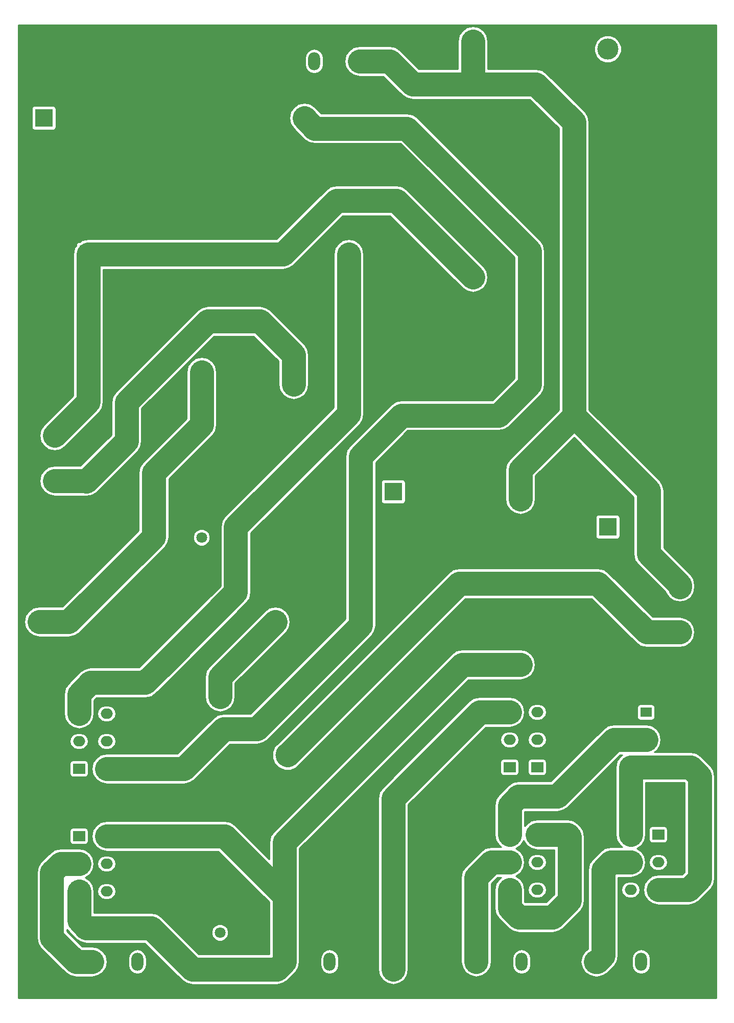
<source format=gbr>
G04 #@! TF.FileFunction,Copper,L2,Bot,Signal*
%FSLAX46Y46*%
G04 Gerber Fmt 4.6, Leading zero omitted, Abs format (unit mm)*
G04 Created by KiCad (PCBNEW 4.0.4-stable) date 12/10/17 16:08:38*
%MOMM*%
%LPD*%
G01*
G04 APERTURE LIST*
%ADD10C,0.100000*%
%ADD11C,0.500000*%
%ADD12O,2.000000X3.000000*%
%ADD13R,1.800000X1.800000*%
%ADD14C,1.800000*%
%ADD15O,3.000000X2.000000*%
%ADD16R,2.000000X1.700000*%
%ADD17O,2.000000X1.700000*%
%ADD18R,1.900000X1.600000*%
%ADD19C,7.000000*%
%ADD20C,5.000000*%
%ADD21R,3.000000X3.000000*%
%ADD22C,3.500000*%
%ADD23C,4.700000*%
%ADD24C,4.000000*%
%ADD25C,4.000000*%
%ADD26C,0.254000*%
G04 APERTURE END LIST*
D10*
D11*
X125730000Y-152019000D03*
X122364500Y-157480000D03*
D12*
X141926000Y-176276000D03*
X134426000Y-176276000D03*
X58420000Y-176276000D03*
X50920000Y-176276000D03*
D13*
X42164000Y-119888000D03*
D14*
X81280000Y-119888000D03*
D13*
X69088000Y-78486000D03*
D14*
X69088000Y-105918000D03*
D13*
X84328000Y-80518000D03*
D14*
X123444000Y-80518000D03*
D13*
X72136000Y-132334000D03*
D14*
X72136000Y-171450000D03*
D13*
X114046000Y-23622000D03*
D14*
X114046000Y-62738000D03*
D13*
X121920000Y-99568000D03*
D14*
X121920000Y-127000000D03*
D15*
X44704000Y-96520000D03*
X44704000Y-89020000D03*
X148336000Y-114106000D03*
X148336000Y-121606000D03*
D12*
X87750000Y-26924000D03*
X95250000Y-26924000D03*
X90304000Y-176276000D03*
X82804000Y-176276000D03*
X122114000Y-176276000D03*
X114614000Y-176276000D03*
D16*
X53340000Y-144272000D03*
D17*
X53340000Y-139700000D03*
X53340000Y-135128000D03*
X48768000Y-135128000D03*
X48768000Y-139700000D03*
D16*
X48768000Y-144272000D03*
X48768000Y-155448000D03*
D17*
X48768000Y-160020000D03*
X48768000Y-164592000D03*
X53340000Y-164592000D03*
X53340000Y-160020000D03*
D16*
X53340000Y-155448000D03*
X124714000Y-144018000D03*
D17*
X124714000Y-139446000D03*
X124714000Y-134874000D03*
X120142000Y-134874000D03*
X120142000Y-139446000D03*
D16*
X120142000Y-144018000D03*
X120142000Y-155194000D03*
D17*
X120142000Y-159766000D03*
X120142000Y-164338000D03*
X124714000Y-164338000D03*
X124714000Y-159766000D03*
D16*
X124714000Y-155194000D03*
D18*
X142748000Y-134874000D03*
D17*
X142748000Y-139446000D03*
X142748000Y-144018000D03*
D16*
X140208000Y-155194000D03*
D17*
X140208000Y-159766000D03*
X140208000Y-164338000D03*
X144780000Y-164338000D03*
X144780000Y-159766000D03*
D16*
X144780000Y-155194000D03*
D19*
X42164000Y-24384000D03*
X150876000Y-24384000D03*
X42164000Y-178816000D03*
X150876000Y-178816000D03*
X88392000Y-100584000D03*
X150876000Y-102108000D03*
X42164000Y-106680000D03*
D20*
X62738000Y-69088000D03*
X81026000Y-48768000D03*
D21*
X50292000Y-58928000D03*
D22*
X93472000Y-58928000D03*
D20*
X55372000Y-46482000D03*
X73660000Y-26162000D03*
D21*
X42926000Y-36322000D03*
D22*
X86106000Y-36322000D03*
D23*
X147066000Y-86614000D03*
X147066000Y-42418000D03*
D21*
X136398000Y-104140000D03*
D22*
X136398000Y-24892000D03*
D23*
X90170000Y-115824000D03*
X90170000Y-160020000D03*
D21*
X100838000Y-98298000D03*
D22*
X100838000Y-177546000D03*
D11*
X117284500Y-156718000D03*
D24*
X83312000Y-141986000D03*
D25*
X61150500Y-95186500D02*
X69088000Y-87249000D01*
X69088000Y-87249000D02*
X69088000Y-78486000D01*
X61150500Y-105801500D02*
X61150500Y-95186500D01*
X42164000Y-119888000D02*
X47064000Y-119888000D01*
X47064000Y-119888000D02*
X61150500Y-105801500D01*
X122174000Y-113538000D02*
X134768000Y-113538000D01*
X113792000Y-113538000D02*
X122174000Y-113538000D01*
X83312000Y-141986000D02*
X111760000Y-113538000D01*
X111760000Y-113538000D02*
X113792000Y-113538000D01*
X148336000Y-121606000D02*
X142836000Y-121606000D01*
X142836000Y-121606000D02*
X134768000Y-113538000D01*
X48768000Y-164592000D02*
X48768000Y-169442000D01*
X48768000Y-169442000D02*
X50014000Y-170688000D01*
X50014000Y-170688000D02*
X60706000Y-170688000D01*
X81534000Y-177546000D02*
X82804000Y-176276000D01*
X60706000Y-170688000D02*
X67564000Y-177546000D01*
X67564000Y-177546000D02*
X81534000Y-177546000D01*
X140208000Y-144018000D02*
X142748000Y-144018000D01*
X140208000Y-150344000D02*
X140208000Y-144018000D01*
X82804000Y-156464000D02*
X82804000Y-165354000D01*
X112268000Y-127000000D02*
X82804000Y-156464000D01*
X121920000Y-127000000D02*
X112268000Y-127000000D01*
X91440000Y-50038000D02*
X101346000Y-50038000D01*
X101346000Y-50038000D02*
X114046000Y-62738000D01*
X82550000Y-58928000D02*
X91440000Y-50038000D01*
X50292000Y-58928000D02*
X82550000Y-58928000D01*
X142748000Y-144018000D02*
X150114000Y-144018000D01*
X149780000Y-164338000D02*
X144780000Y-164338000D01*
X150114000Y-144018000D02*
X151638000Y-145542000D01*
X151638000Y-145542000D02*
X151638000Y-162480000D01*
X151638000Y-162480000D02*
X149780000Y-164338000D01*
X140208000Y-155194000D02*
X140208000Y-150344000D01*
X50292000Y-58928000D02*
X50292000Y-83432000D01*
X50292000Y-83432000D02*
X44704000Y-89020000D01*
X53340000Y-155448000D02*
X71882000Y-155448000D01*
X72898000Y-155448000D02*
X82804000Y-165354000D01*
X82804000Y-165354000D02*
X82804000Y-176276000D01*
X53340000Y-155448000D02*
X72898000Y-155448000D01*
X48768000Y-160020000D02*
X45720000Y-160020000D01*
X45720000Y-160020000D02*
X44259500Y-161480500D01*
X44259500Y-161480500D02*
X44259500Y-172275500D01*
X44259500Y-172275500D02*
X48260000Y-176276000D01*
X48260000Y-176276000D02*
X50920000Y-176276000D01*
X114554000Y-162306000D02*
X114614000Y-162366000D01*
X114614000Y-162366000D02*
X114614000Y-176276000D01*
X120142000Y-159766000D02*
X117094000Y-159766000D01*
X117094000Y-159766000D02*
X114554000Y-162306000D01*
X134426000Y-176276000D02*
X134620000Y-176276000D01*
X134620000Y-176276000D02*
X135636000Y-175260000D01*
X135636000Y-175260000D02*
X135636000Y-161036000D01*
X135636000Y-161036000D02*
X136906000Y-159766000D01*
X136906000Y-159766000D02*
X140208000Y-159766000D01*
X102235000Y-85661500D02*
X107696000Y-85661500D01*
X118300500Y-85661500D02*
X107696000Y-85661500D01*
X102235000Y-85661500D02*
X95440500Y-92456000D01*
X78232000Y-137668000D02*
X72741711Y-137668000D01*
X95440500Y-92456000D02*
X95440500Y-120459500D01*
X95440500Y-120459500D02*
X78232000Y-137668000D01*
X72741711Y-137668000D02*
X66137711Y-144272000D01*
X66137711Y-144272000D02*
X53340000Y-144272000D01*
X123444000Y-80518000D02*
X118300500Y-85661500D01*
X103095999Y-38071999D02*
X123444000Y-58420000D01*
X123444000Y-58420000D02*
X123444000Y-80518000D01*
X86106000Y-36322000D02*
X87855999Y-38071999D01*
X87855999Y-38071999D02*
X103095999Y-38071999D01*
X130048000Y-166116000D02*
X130048000Y-155575000D01*
X124714000Y-155194000D02*
X129714000Y-155194000D01*
X129714000Y-155194000D02*
X130048000Y-155528000D01*
X130048000Y-155528000D02*
X130048000Y-155575000D01*
X120142000Y-164338000D02*
X120142000Y-167386000D01*
X120142000Y-167386000D02*
X121666000Y-168910000D01*
X121666000Y-168910000D02*
X127254000Y-168910000D01*
X127254000Y-168910000D02*
X130048000Y-166116000D01*
X128016000Y-148844000D02*
X137414000Y-139446000D01*
X120142000Y-150344000D02*
X121642000Y-148844000D01*
X120142000Y-155194000D02*
X120142000Y-150344000D01*
X121642000Y-148844000D02*
X128016000Y-148844000D01*
X137414000Y-139446000D02*
X142748000Y-139446000D01*
X84328000Y-80518000D02*
X84328000Y-75618000D01*
X84328000Y-75618000D02*
X78750500Y-70040500D01*
X78750500Y-70040500D02*
X70104000Y-70040500D01*
X49974500Y-96583500D02*
X49911000Y-96520000D01*
X70104000Y-70040500D02*
X56642000Y-83502500D01*
X56642000Y-83502500D02*
X56642000Y-89916000D01*
X56642000Y-89916000D02*
X49974500Y-96583500D01*
X49911000Y-96520000D02*
X44704000Y-96520000D01*
X72136000Y-132334000D02*
X72136000Y-129032000D01*
X72136000Y-129032000D02*
X81280000Y-119888000D01*
X104060000Y-30734000D02*
X114046000Y-30734000D01*
X114046000Y-30734000D02*
X124523500Y-30734000D01*
X114046000Y-23622000D02*
X114046000Y-28522000D01*
X114046000Y-28522000D02*
X114046000Y-30734000D01*
X124523500Y-30734000D02*
X130810000Y-37020500D01*
X95250000Y-26924000D02*
X100250000Y-26924000D01*
X100250000Y-26924000D02*
X104060000Y-30734000D01*
X130810000Y-37020500D02*
X130810000Y-85778000D01*
X148336000Y-114106000D02*
X148336000Y-113792000D01*
X148336000Y-113792000D02*
X143192500Y-108648500D01*
X143192500Y-108648500D02*
X143192500Y-98160500D01*
X143192500Y-98160500D02*
X130810000Y-85778000D01*
X121920000Y-99568000D02*
X121920000Y-94668000D01*
X121920000Y-94668000D02*
X130810000Y-85778000D01*
X50673000Y-129984500D02*
X59753500Y-129984500D01*
X74739500Y-114998500D02*
X62928500Y-126809500D01*
X74739500Y-104140000D02*
X74739500Y-114998500D01*
X74739500Y-104140000D02*
X93472000Y-85407500D01*
X93472000Y-85407500D02*
X93472000Y-58928000D01*
X48768000Y-131889500D02*
X50673000Y-129984500D01*
X48768000Y-135128000D02*
X48768000Y-131889500D01*
X59753500Y-129984500D02*
X62928500Y-126809500D01*
X120142000Y-134874000D02*
X115142000Y-134874000D01*
X115142000Y-134874000D02*
X100838000Y-149178000D01*
X100838000Y-149178000D02*
X100838000Y-175071127D01*
X100838000Y-175071127D02*
X100838000Y-177546000D01*
D26*
G36*
X154338000Y-182278000D02*
X38702000Y-182278000D01*
X38702000Y-161480500D01*
X41732500Y-161480500D01*
X41732500Y-172275500D01*
X41924856Y-173242541D01*
X42472641Y-174062359D01*
X46473141Y-178062859D01*
X47292958Y-178610644D01*
X48260000Y-178803000D01*
X50920000Y-178803000D01*
X51887041Y-178610644D01*
X52706859Y-178062859D01*
X53254644Y-177243041D01*
X53447000Y-176276000D01*
X53339646Y-175736289D01*
X56893000Y-175736289D01*
X56893000Y-176815711D01*
X57009236Y-177400069D01*
X57340248Y-177895463D01*
X57835642Y-178226475D01*
X58420000Y-178342711D01*
X59004358Y-178226475D01*
X59499752Y-177895463D01*
X59830764Y-177400069D01*
X59947000Y-176815711D01*
X59947000Y-175736289D01*
X59830764Y-175151931D01*
X59499752Y-174656537D01*
X59004358Y-174325525D01*
X58420000Y-174209289D01*
X57835642Y-174325525D01*
X57340248Y-174656537D01*
X57009236Y-175151931D01*
X56893000Y-175736289D01*
X53339646Y-175736289D01*
X53254644Y-175308959D01*
X52706859Y-174489141D01*
X51887041Y-173941356D01*
X50920000Y-173749000D01*
X49306718Y-173749000D01*
X46786500Y-171228782D01*
X46786500Y-170937558D01*
X46981141Y-171228859D01*
X48227141Y-172474859D01*
X49046959Y-173022644D01*
X50014000Y-173215000D01*
X59659282Y-173215000D01*
X65777141Y-179332859D01*
X66596959Y-179880644D01*
X67564000Y-180073001D01*
X67564005Y-180073000D01*
X81534000Y-180073000D01*
X82501041Y-179880644D01*
X83320859Y-179332859D01*
X84590859Y-178062859D01*
X85138644Y-177243042D01*
X85331000Y-176276000D01*
X85331000Y-175736289D01*
X88777000Y-175736289D01*
X88777000Y-176815711D01*
X88893236Y-177400069D01*
X89224248Y-177895463D01*
X89719642Y-178226475D01*
X90304000Y-178342711D01*
X90888358Y-178226475D01*
X91383752Y-177895463D01*
X91714764Y-177400069D01*
X91831000Y-176815711D01*
X91831000Y-175736289D01*
X91714764Y-175151931D01*
X91383752Y-174656537D01*
X90888358Y-174325525D01*
X90304000Y-174209289D01*
X89719642Y-174325525D01*
X89224248Y-174656537D01*
X88893236Y-175151931D01*
X88777000Y-175736289D01*
X85331000Y-175736289D01*
X85331000Y-165354005D01*
X85331001Y-165354000D01*
X85331000Y-165353995D01*
X85331000Y-157510718D01*
X93663718Y-149178000D01*
X98311000Y-149178000D01*
X98311000Y-177546000D01*
X98503356Y-178513041D01*
X99051141Y-179332859D01*
X99870959Y-179880644D01*
X100838000Y-180073000D01*
X101805041Y-179880644D01*
X102624859Y-179332859D01*
X103172644Y-178513041D01*
X103365000Y-177546000D01*
X103365000Y-162306000D01*
X112027000Y-162306000D01*
X112087000Y-162607641D01*
X112087000Y-176276000D01*
X112279356Y-177243041D01*
X112827141Y-178062859D01*
X113646959Y-178610644D01*
X114614000Y-178803000D01*
X115581041Y-178610644D01*
X116400859Y-178062859D01*
X116948644Y-177243041D01*
X117141000Y-176276000D01*
X117141000Y-175736289D01*
X120587000Y-175736289D01*
X120587000Y-176815711D01*
X120703236Y-177400069D01*
X121034248Y-177895463D01*
X121529642Y-178226475D01*
X122114000Y-178342711D01*
X122698358Y-178226475D01*
X123193752Y-177895463D01*
X123524764Y-177400069D01*
X123641000Y-176815711D01*
X123641000Y-175736289D01*
X123524764Y-175151931D01*
X123193752Y-174656537D01*
X122698358Y-174325525D01*
X122114000Y-174209289D01*
X121529642Y-174325525D01*
X121034248Y-174656537D01*
X120703236Y-175151931D01*
X120587000Y-175736289D01*
X117141000Y-175736289D01*
X117141000Y-163292718D01*
X118140718Y-162293000D01*
X118741476Y-162293000D01*
X118355141Y-162551141D01*
X117807356Y-163370959D01*
X117615000Y-164338000D01*
X117615000Y-167386000D01*
X117807356Y-168353041D01*
X118355141Y-169172859D01*
X119879141Y-170696859D01*
X120698958Y-171244644D01*
X121666000Y-171437000D01*
X127254000Y-171437000D01*
X128221041Y-171244644D01*
X129040859Y-170696859D01*
X131834859Y-167902859D01*
X132382644Y-167083041D01*
X132575000Y-166116000D01*
X132575000Y-155528000D01*
X132382644Y-154560959D01*
X132382644Y-154560958D01*
X131834859Y-153741141D01*
X131500859Y-153407141D01*
X130681041Y-152859356D01*
X129714000Y-152667000D01*
X124714000Y-152667000D01*
X123746959Y-152859356D01*
X122927141Y-153407141D01*
X122669000Y-153793476D01*
X122669000Y-151390718D01*
X122688718Y-151371000D01*
X128016000Y-151371000D01*
X128983041Y-151178644D01*
X129802859Y-150630859D01*
X138460718Y-141973000D01*
X138807476Y-141973000D01*
X138421141Y-142231141D01*
X137873356Y-143050959D01*
X137681000Y-144018000D01*
X137681000Y-155194000D01*
X137873356Y-156161041D01*
X138421141Y-156980859D01*
X138807476Y-157239000D01*
X136906000Y-157239000D01*
X135938958Y-157431356D01*
X135119141Y-157979141D01*
X133849141Y-159249141D01*
X133301356Y-160068959D01*
X133109000Y-161036000D01*
X133109000Y-174175191D01*
X132639141Y-174489141D01*
X132091356Y-175308959D01*
X131899000Y-176276000D01*
X132091356Y-177243041D01*
X132639141Y-178062859D01*
X133458959Y-178610644D01*
X134426000Y-178803000D01*
X134620000Y-178803000D01*
X135587041Y-178610644D01*
X136406859Y-178062859D01*
X137422859Y-177046859D01*
X137970644Y-176227041D01*
X138068260Y-175736289D01*
X140399000Y-175736289D01*
X140399000Y-176815711D01*
X140515236Y-177400069D01*
X140846248Y-177895463D01*
X141341642Y-178226475D01*
X141926000Y-178342711D01*
X142510358Y-178226475D01*
X143005752Y-177895463D01*
X143336764Y-177400069D01*
X143453000Y-176815711D01*
X143453000Y-175736289D01*
X143336764Y-175151931D01*
X143005752Y-174656537D01*
X142510358Y-174325525D01*
X141926000Y-174209289D01*
X141341642Y-174325525D01*
X140846248Y-174656537D01*
X140515236Y-175151931D01*
X140399000Y-175736289D01*
X138068260Y-175736289D01*
X138163000Y-175260000D01*
X138163000Y-164338000D01*
X138651084Y-164338000D01*
X138755902Y-164864955D01*
X139054398Y-165311686D01*
X139501129Y-165610182D01*
X140028084Y-165715000D01*
X140387916Y-165715000D01*
X140914871Y-165610182D01*
X141361602Y-165311686D01*
X141660098Y-164864955D01*
X141764916Y-164338000D01*
X141660098Y-163811045D01*
X141361602Y-163364314D01*
X140914871Y-163065818D01*
X140387916Y-162961000D01*
X140028084Y-162961000D01*
X139501129Y-163065818D01*
X139054398Y-163364314D01*
X138755902Y-163811045D01*
X138651084Y-164338000D01*
X138163000Y-164338000D01*
X138163000Y-162293000D01*
X140208000Y-162293000D01*
X141175041Y-162100644D01*
X141994859Y-161552859D01*
X142542644Y-160733041D01*
X142735000Y-159766000D01*
X143223084Y-159766000D01*
X143327902Y-160292955D01*
X143626398Y-160739686D01*
X144073129Y-161038182D01*
X144600084Y-161143000D01*
X144959916Y-161143000D01*
X145486871Y-161038182D01*
X145933602Y-160739686D01*
X146232098Y-160292955D01*
X146336916Y-159766000D01*
X146232098Y-159239045D01*
X145933602Y-158792314D01*
X145486871Y-158493818D01*
X144959916Y-158389000D01*
X144600084Y-158389000D01*
X144073129Y-158493818D01*
X143626398Y-158792314D01*
X143327902Y-159239045D01*
X143223084Y-159766000D01*
X142735000Y-159766000D01*
X142542644Y-158798959D01*
X141994859Y-157979141D01*
X141247842Y-157480000D01*
X141994859Y-156980859D01*
X142542644Y-156161041D01*
X142735000Y-155194000D01*
X142735000Y-154344000D01*
X143242676Y-154344000D01*
X143242676Y-156044000D01*
X143279423Y-156239294D01*
X143394842Y-156418660D01*
X143570951Y-156538990D01*
X143780000Y-156581324D01*
X145780000Y-156581324D01*
X145975294Y-156544577D01*
X146154660Y-156429158D01*
X146274990Y-156253049D01*
X146317324Y-156044000D01*
X146317324Y-154344000D01*
X146280577Y-154148706D01*
X146165158Y-153969340D01*
X145989049Y-153849010D01*
X145780000Y-153806676D01*
X143780000Y-153806676D01*
X143584706Y-153843423D01*
X143405340Y-153958842D01*
X143285010Y-154134951D01*
X143242676Y-154344000D01*
X142735000Y-154344000D01*
X142735000Y-146545000D01*
X149067282Y-146545000D01*
X149111000Y-146588718D01*
X149111000Y-161433282D01*
X148733282Y-161811000D01*
X144780000Y-161811000D01*
X143812959Y-162003356D01*
X142993141Y-162551141D01*
X142445356Y-163370959D01*
X142253000Y-164338000D01*
X142445356Y-165305041D01*
X142993141Y-166124859D01*
X143812959Y-166672644D01*
X144780000Y-166865000D01*
X149780000Y-166865000D01*
X150747041Y-166672644D01*
X151566859Y-166124859D01*
X153424859Y-164266859D01*
X153972644Y-163447041D01*
X154165000Y-162480000D01*
X154165000Y-145542000D01*
X153972644Y-144574959D01*
X153972644Y-144574958D01*
X153424859Y-143755141D01*
X151900859Y-142231141D01*
X151081041Y-141683356D01*
X150114000Y-141491000D01*
X144148524Y-141491000D01*
X144534859Y-141232859D01*
X145082644Y-140413041D01*
X145275000Y-139446000D01*
X145082644Y-138478959D01*
X144534859Y-137659141D01*
X143715041Y-137111356D01*
X142748000Y-136919000D01*
X137414000Y-136919000D01*
X136446959Y-137111356D01*
X135627141Y-137659141D01*
X126969282Y-146317000D01*
X121642000Y-146317000D01*
X120674958Y-146509356D01*
X119855141Y-147057141D01*
X118355141Y-148557141D01*
X117807356Y-149376959D01*
X117615000Y-150344000D01*
X117615000Y-155194000D01*
X117807356Y-156161041D01*
X118355141Y-156980859D01*
X118741476Y-157239000D01*
X117094000Y-157239000D01*
X116126958Y-157431356D01*
X115307141Y-157979141D01*
X112767141Y-160519141D01*
X112219356Y-161338959D01*
X112027000Y-162306000D01*
X103365000Y-162306000D01*
X103365000Y-150224718D01*
X110421718Y-143168000D01*
X118604676Y-143168000D01*
X118604676Y-144868000D01*
X118641423Y-145063294D01*
X118756842Y-145242660D01*
X118932951Y-145362990D01*
X119142000Y-145405324D01*
X121142000Y-145405324D01*
X121337294Y-145368577D01*
X121516660Y-145253158D01*
X121636990Y-145077049D01*
X121679324Y-144868000D01*
X121679324Y-143168000D01*
X123176676Y-143168000D01*
X123176676Y-144868000D01*
X123213423Y-145063294D01*
X123328842Y-145242660D01*
X123504951Y-145362990D01*
X123714000Y-145405324D01*
X125714000Y-145405324D01*
X125909294Y-145368577D01*
X126088660Y-145253158D01*
X126208990Y-145077049D01*
X126251324Y-144868000D01*
X126251324Y-143168000D01*
X126214577Y-142972706D01*
X126099158Y-142793340D01*
X125923049Y-142673010D01*
X125714000Y-142630676D01*
X123714000Y-142630676D01*
X123518706Y-142667423D01*
X123339340Y-142782842D01*
X123219010Y-142958951D01*
X123176676Y-143168000D01*
X121679324Y-143168000D01*
X121642577Y-142972706D01*
X121527158Y-142793340D01*
X121351049Y-142673010D01*
X121142000Y-142630676D01*
X119142000Y-142630676D01*
X118946706Y-142667423D01*
X118767340Y-142782842D01*
X118647010Y-142958951D01*
X118604676Y-143168000D01*
X110421718Y-143168000D01*
X114143718Y-139446000D01*
X118585084Y-139446000D01*
X118689902Y-139972955D01*
X118988398Y-140419686D01*
X119435129Y-140718182D01*
X119962084Y-140823000D01*
X120321916Y-140823000D01*
X120848871Y-140718182D01*
X121295602Y-140419686D01*
X121594098Y-139972955D01*
X121698916Y-139446000D01*
X123157084Y-139446000D01*
X123261902Y-139972955D01*
X123560398Y-140419686D01*
X124007129Y-140718182D01*
X124534084Y-140823000D01*
X124893916Y-140823000D01*
X125420871Y-140718182D01*
X125867602Y-140419686D01*
X126166098Y-139972955D01*
X126270916Y-139446000D01*
X126166098Y-138919045D01*
X125867602Y-138472314D01*
X125420871Y-138173818D01*
X124893916Y-138069000D01*
X124534084Y-138069000D01*
X124007129Y-138173818D01*
X123560398Y-138472314D01*
X123261902Y-138919045D01*
X123157084Y-139446000D01*
X121698916Y-139446000D01*
X121594098Y-138919045D01*
X121295602Y-138472314D01*
X120848871Y-138173818D01*
X120321916Y-138069000D01*
X119962084Y-138069000D01*
X119435129Y-138173818D01*
X118988398Y-138472314D01*
X118689902Y-138919045D01*
X118585084Y-139446000D01*
X114143718Y-139446000D01*
X116188718Y-137401000D01*
X120142000Y-137401000D01*
X121109041Y-137208644D01*
X121928859Y-136660859D01*
X122476644Y-135841041D01*
X122669000Y-134874000D01*
X123157084Y-134874000D01*
X123261902Y-135400955D01*
X123560398Y-135847686D01*
X124007129Y-136146182D01*
X124534084Y-136251000D01*
X124893916Y-136251000D01*
X125420871Y-136146182D01*
X125867602Y-135847686D01*
X126166098Y-135400955D01*
X126270916Y-134874000D01*
X126166098Y-134347045D01*
X125983656Y-134074000D01*
X141260676Y-134074000D01*
X141260676Y-135674000D01*
X141297423Y-135869294D01*
X141412842Y-136048660D01*
X141588951Y-136168990D01*
X141798000Y-136211324D01*
X143698000Y-136211324D01*
X143893294Y-136174577D01*
X144072660Y-136059158D01*
X144192990Y-135883049D01*
X144235324Y-135674000D01*
X144235324Y-134074000D01*
X144198577Y-133878706D01*
X144083158Y-133699340D01*
X143907049Y-133579010D01*
X143698000Y-133536676D01*
X141798000Y-133536676D01*
X141602706Y-133573423D01*
X141423340Y-133688842D01*
X141303010Y-133864951D01*
X141260676Y-134074000D01*
X125983656Y-134074000D01*
X125867602Y-133900314D01*
X125420871Y-133601818D01*
X124893916Y-133497000D01*
X124534084Y-133497000D01*
X124007129Y-133601818D01*
X123560398Y-133900314D01*
X123261902Y-134347045D01*
X123157084Y-134874000D01*
X122669000Y-134874000D01*
X122476644Y-133906959D01*
X121928859Y-133087141D01*
X121109041Y-132539356D01*
X120142000Y-132347000D01*
X115142000Y-132347000D01*
X114174959Y-132539356D01*
X113355141Y-133087141D01*
X99051141Y-147391141D01*
X98503356Y-148210959D01*
X98311000Y-149178000D01*
X93663718Y-149178000D01*
X113314718Y-129527000D01*
X121920000Y-129527000D01*
X122887041Y-129334644D01*
X123706859Y-128786859D01*
X124254644Y-127967041D01*
X124447000Y-127000000D01*
X124254644Y-126032959D01*
X123706859Y-125213141D01*
X122887041Y-124665356D01*
X121920000Y-124473000D01*
X112268000Y-124473000D01*
X111300958Y-124665356D01*
X110481141Y-125213141D01*
X81017141Y-154677141D01*
X80469356Y-155496959D01*
X80277000Y-156464000D01*
X80277000Y-159253282D01*
X74684859Y-153661141D01*
X73865041Y-153113356D01*
X72898000Y-152921000D01*
X53340000Y-152921000D01*
X52372959Y-153113356D01*
X51553141Y-153661141D01*
X51005356Y-154480959D01*
X50813000Y-155448000D01*
X51005356Y-156415041D01*
X51553141Y-157234859D01*
X52372959Y-157782644D01*
X53340000Y-157975000D01*
X71851282Y-157975000D01*
X80277000Y-166400718D01*
X80277000Y-175019000D01*
X68610718Y-175019000D01*
X65324321Y-171732603D01*
X70708752Y-171732603D01*
X70925543Y-172257275D01*
X71326614Y-172659047D01*
X71850907Y-172876752D01*
X72418603Y-172877248D01*
X72943275Y-172660457D01*
X73345047Y-172259386D01*
X73562752Y-171735093D01*
X73563248Y-171167397D01*
X73346457Y-170642725D01*
X72945386Y-170240953D01*
X72421093Y-170023248D01*
X71853397Y-170022752D01*
X71328725Y-170239543D01*
X70926953Y-170640614D01*
X70709248Y-171164907D01*
X70708752Y-171732603D01*
X65324321Y-171732603D01*
X62492859Y-168901141D01*
X61673041Y-168353356D01*
X60706000Y-168161000D01*
X51295000Y-168161000D01*
X51295000Y-164592000D01*
X51783084Y-164592000D01*
X51887902Y-165118955D01*
X52186398Y-165565686D01*
X52633129Y-165864182D01*
X53160084Y-165969000D01*
X53519916Y-165969000D01*
X54046871Y-165864182D01*
X54493602Y-165565686D01*
X54792098Y-165118955D01*
X54896916Y-164592000D01*
X54792098Y-164065045D01*
X54493602Y-163618314D01*
X54046871Y-163319818D01*
X53519916Y-163215000D01*
X53160084Y-163215000D01*
X52633129Y-163319818D01*
X52186398Y-163618314D01*
X51887902Y-164065045D01*
X51783084Y-164592000D01*
X51295000Y-164592000D01*
X51102644Y-163624959D01*
X50554859Y-162805141D01*
X49807842Y-162306000D01*
X50554859Y-161806859D01*
X51102644Y-160987041D01*
X51295000Y-160020000D01*
X51783084Y-160020000D01*
X51887902Y-160546955D01*
X52186398Y-160993686D01*
X52633129Y-161292182D01*
X53160084Y-161397000D01*
X53519916Y-161397000D01*
X54046871Y-161292182D01*
X54493602Y-160993686D01*
X54792098Y-160546955D01*
X54896916Y-160020000D01*
X54792098Y-159493045D01*
X54493602Y-159046314D01*
X54046871Y-158747818D01*
X53519916Y-158643000D01*
X53160084Y-158643000D01*
X52633129Y-158747818D01*
X52186398Y-159046314D01*
X51887902Y-159493045D01*
X51783084Y-160020000D01*
X51295000Y-160020000D01*
X51102644Y-159052959D01*
X50554859Y-158233141D01*
X49735041Y-157685356D01*
X48768000Y-157493000D01*
X45720000Y-157493000D01*
X44752959Y-157685356D01*
X43933141Y-158233141D01*
X42472641Y-159693641D01*
X41924856Y-160513459D01*
X41732500Y-161480500D01*
X38702000Y-161480500D01*
X38702000Y-154598000D01*
X47230676Y-154598000D01*
X47230676Y-156298000D01*
X47267423Y-156493294D01*
X47382842Y-156672660D01*
X47558951Y-156792990D01*
X47768000Y-156835324D01*
X49768000Y-156835324D01*
X49963294Y-156798577D01*
X50142660Y-156683158D01*
X50262990Y-156507049D01*
X50305324Y-156298000D01*
X50305324Y-154598000D01*
X50268577Y-154402706D01*
X50153158Y-154223340D01*
X49977049Y-154103010D01*
X49768000Y-154060676D01*
X47768000Y-154060676D01*
X47572706Y-154097423D01*
X47393340Y-154212842D01*
X47273010Y-154388951D01*
X47230676Y-154598000D01*
X38702000Y-154598000D01*
X38702000Y-143422000D01*
X47230676Y-143422000D01*
X47230676Y-145122000D01*
X47267423Y-145317294D01*
X47382842Y-145496660D01*
X47558951Y-145616990D01*
X47768000Y-145659324D01*
X49768000Y-145659324D01*
X49963294Y-145622577D01*
X50142660Y-145507158D01*
X50262990Y-145331049D01*
X50305324Y-145122000D01*
X50305324Y-144272000D01*
X50813000Y-144272000D01*
X51005356Y-145239041D01*
X51553141Y-146058859D01*
X52372959Y-146606644D01*
X53340000Y-146799000D01*
X66137711Y-146799000D01*
X67104752Y-146606644D01*
X67924570Y-146058859D01*
X71496983Y-142486446D01*
X80784562Y-142486446D01*
X81168464Y-143415561D01*
X81878700Y-144127037D01*
X82807143Y-144512561D01*
X83812446Y-144513438D01*
X84741561Y-144129536D01*
X85453037Y-143419300D01*
X85453477Y-143418241D01*
X112806718Y-116065000D01*
X133721282Y-116065000D01*
X141049141Y-123392859D01*
X141868959Y-123940644D01*
X142836000Y-124133000D01*
X148336000Y-124133000D01*
X149303041Y-123940644D01*
X150122859Y-123392859D01*
X150670644Y-122573041D01*
X150863000Y-121606000D01*
X150670644Y-120638959D01*
X150122859Y-119819141D01*
X149303041Y-119271356D01*
X148336000Y-119079000D01*
X143882718Y-119079000D01*
X136554859Y-111751141D01*
X135735041Y-111203356D01*
X134768000Y-111011000D01*
X111760000Y-111011000D01*
X110792958Y-111203356D01*
X109973141Y-111751141D01*
X81526127Y-140198155D01*
X81170963Y-140552700D01*
X80785439Y-141481143D01*
X80784562Y-142486446D01*
X71496983Y-142486446D01*
X73788429Y-140195000D01*
X78232000Y-140195000D01*
X79199041Y-140002644D01*
X80018859Y-139454859D01*
X97227359Y-122246359D01*
X97775144Y-121426541D01*
X97967500Y-120459500D01*
X97967500Y-102640000D01*
X134360676Y-102640000D01*
X134360676Y-105640000D01*
X134397423Y-105835294D01*
X134512842Y-106014660D01*
X134688951Y-106134990D01*
X134898000Y-106177324D01*
X137898000Y-106177324D01*
X138093294Y-106140577D01*
X138272660Y-106025158D01*
X138392990Y-105849049D01*
X138435324Y-105640000D01*
X138435324Y-102640000D01*
X138398577Y-102444706D01*
X138283158Y-102265340D01*
X138107049Y-102145010D01*
X137898000Y-102102676D01*
X134898000Y-102102676D01*
X134702706Y-102139423D01*
X134523340Y-102254842D01*
X134403010Y-102430951D01*
X134360676Y-102640000D01*
X97967500Y-102640000D01*
X97967500Y-96798000D01*
X98800676Y-96798000D01*
X98800676Y-99798000D01*
X98837423Y-99993294D01*
X98952842Y-100172660D01*
X99128951Y-100292990D01*
X99338000Y-100335324D01*
X102338000Y-100335324D01*
X102533294Y-100298577D01*
X102712660Y-100183158D01*
X102832990Y-100007049D01*
X102875324Y-99798000D01*
X102875324Y-96798000D01*
X102838577Y-96602706D01*
X102723158Y-96423340D01*
X102547049Y-96303010D01*
X102338000Y-96260676D01*
X99338000Y-96260676D01*
X99142706Y-96297423D01*
X98963340Y-96412842D01*
X98843010Y-96588951D01*
X98800676Y-96798000D01*
X97967500Y-96798000D01*
X97967500Y-93502718D01*
X103281718Y-88188500D01*
X118300500Y-88188500D01*
X119267541Y-87996144D01*
X120087359Y-87448359D01*
X125230859Y-82304859D01*
X125778644Y-81485042D01*
X125971000Y-80518000D01*
X125971000Y-58420000D01*
X125778644Y-57452959D01*
X125230859Y-56633141D01*
X104882858Y-36285140D01*
X104063040Y-35737355D01*
X103095999Y-35544999D01*
X88902717Y-35544999D01*
X87892859Y-34535141D01*
X87073041Y-33987356D01*
X86106000Y-33795000D01*
X85138959Y-33987356D01*
X84319141Y-34535141D01*
X83771356Y-35354959D01*
X83579000Y-36322000D01*
X83771356Y-37289041D01*
X84319141Y-38108859D01*
X86069140Y-39858858D01*
X86888957Y-40406643D01*
X87855999Y-40598999D01*
X102049281Y-40598999D01*
X120917000Y-59466718D01*
X120917000Y-79471282D01*
X117253782Y-83134500D01*
X102235000Y-83134500D01*
X101267959Y-83326856D01*
X100448141Y-83874641D01*
X93653641Y-90669141D01*
X93105856Y-91488959D01*
X92913500Y-92456000D01*
X92913500Y-119412782D01*
X77185282Y-135141000D01*
X72741711Y-135141000D01*
X71774669Y-135333356D01*
X70954852Y-135881141D01*
X65090993Y-141745000D01*
X53340000Y-141745000D01*
X52372959Y-141937356D01*
X51553141Y-142485141D01*
X51005356Y-143304959D01*
X50813000Y-144272000D01*
X50305324Y-144272000D01*
X50305324Y-143422000D01*
X50268577Y-143226706D01*
X50153158Y-143047340D01*
X49977049Y-142927010D01*
X49768000Y-142884676D01*
X47768000Y-142884676D01*
X47572706Y-142921423D01*
X47393340Y-143036842D01*
X47273010Y-143212951D01*
X47230676Y-143422000D01*
X38702000Y-143422000D01*
X38702000Y-139700000D01*
X47211084Y-139700000D01*
X47315902Y-140226955D01*
X47614398Y-140673686D01*
X48061129Y-140972182D01*
X48588084Y-141077000D01*
X48947916Y-141077000D01*
X49474871Y-140972182D01*
X49921602Y-140673686D01*
X50220098Y-140226955D01*
X50324916Y-139700000D01*
X51783084Y-139700000D01*
X51887902Y-140226955D01*
X52186398Y-140673686D01*
X52633129Y-140972182D01*
X53160084Y-141077000D01*
X53519916Y-141077000D01*
X54046871Y-140972182D01*
X54493602Y-140673686D01*
X54792098Y-140226955D01*
X54896916Y-139700000D01*
X54792098Y-139173045D01*
X54493602Y-138726314D01*
X54046871Y-138427818D01*
X53519916Y-138323000D01*
X53160084Y-138323000D01*
X52633129Y-138427818D01*
X52186398Y-138726314D01*
X51887902Y-139173045D01*
X51783084Y-139700000D01*
X50324916Y-139700000D01*
X50220098Y-139173045D01*
X49921602Y-138726314D01*
X49474871Y-138427818D01*
X48947916Y-138323000D01*
X48588084Y-138323000D01*
X48061129Y-138427818D01*
X47614398Y-138726314D01*
X47315902Y-139173045D01*
X47211084Y-139700000D01*
X38702000Y-139700000D01*
X38702000Y-131889500D01*
X46241000Y-131889500D01*
X46241000Y-135128000D01*
X46433356Y-136095041D01*
X46981141Y-136914859D01*
X47800959Y-137462644D01*
X48768000Y-137655000D01*
X49735041Y-137462644D01*
X50554859Y-136914859D01*
X51102644Y-136095041D01*
X51295000Y-135128000D01*
X51783084Y-135128000D01*
X51887902Y-135654955D01*
X52186398Y-136101686D01*
X52633129Y-136400182D01*
X53160084Y-136505000D01*
X53519916Y-136505000D01*
X54046871Y-136400182D01*
X54493602Y-136101686D01*
X54792098Y-135654955D01*
X54896916Y-135128000D01*
X54792098Y-134601045D01*
X54493602Y-134154314D01*
X54046871Y-133855818D01*
X53519916Y-133751000D01*
X53160084Y-133751000D01*
X52633129Y-133855818D01*
X52186398Y-134154314D01*
X51887902Y-134601045D01*
X51783084Y-135128000D01*
X51295000Y-135128000D01*
X51295000Y-132936218D01*
X51719718Y-132511500D01*
X59753500Y-132511500D01*
X60720541Y-132319144D01*
X61540359Y-131771359D01*
X64279718Y-129032000D01*
X69609000Y-129032000D01*
X69609000Y-132334000D01*
X69801356Y-133301041D01*
X70349141Y-134120859D01*
X71168959Y-134668644D01*
X72136000Y-134861000D01*
X73103041Y-134668644D01*
X73922859Y-134120859D01*
X74470644Y-133301041D01*
X74663000Y-132334000D01*
X74663000Y-130078718D01*
X83066859Y-121674859D01*
X83614644Y-120855041D01*
X83807000Y-119888000D01*
X83614644Y-118920959D01*
X83066859Y-118101141D01*
X82247041Y-117553356D01*
X81280000Y-117361000D01*
X80312959Y-117553356D01*
X79493141Y-118101141D01*
X70349141Y-127245141D01*
X69801356Y-128064959D01*
X69609000Y-129032000D01*
X64279718Y-129032000D01*
X76526359Y-116785359D01*
X77074144Y-115965542D01*
X77266500Y-114998500D01*
X77266500Y-105186718D01*
X95258859Y-87194359D01*
X95806644Y-86374541D01*
X95999001Y-85407500D01*
X95999000Y-85407495D01*
X95999000Y-58928000D01*
X95806644Y-57960959D01*
X95258859Y-57141141D01*
X94439041Y-56593356D01*
X93472000Y-56401000D01*
X92504959Y-56593356D01*
X91685141Y-57141141D01*
X91137356Y-57960959D01*
X90945000Y-58928000D01*
X90945000Y-84360782D01*
X72952641Y-102353141D01*
X72404856Y-103172959D01*
X72212500Y-104140000D01*
X72212500Y-113951782D01*
X58706782Y-127457500D01*
X50673000Y-127457500D01*
X49705959Y-127649856D01*
X48886141Y-128197641D01*
X46981141Y-130102641D01*
X46433356Y-130922459D01*
X46241000Y-131889500D01*
X38702000Y-131889500D01*
X38702000Y-119888000D01*
X39637000Y-119888000D01*
X39829356Y-120855041D01*
X40377141Y-121674859D01*
X41196959Y-122222644D01*
X42164000Y-122415000D01*
X47064000Y-122415000D01*
X48031041Y-122222644D01*
X48850859Y-121674859D01*
X62937359Y-107588359D01*
X63485144Y-106768542D01*
X63598113Y-106200603D01*
X67660752Y-106200603D01*
X67877543Y-106725275D01*
X68278614Y-107127047D01*
X68802907Y-107344752D01*
X69370603Y-107345248D01*
X69895275Y-107128457D01*
X70297047Y-106727386D01*
X70514752Y-106203093D01*
X70515248Y-105635397D01*
X70298457Y-105110725D01*
X69897386Y-104708953D01*
X69373093Y-104491248D01*
X68805397Y-104490752D01*
X68280725Y-104707543D01*
X67878953Y-105108614D01*
X67661248Y-105632907D01*
X67660752Y-106200603D01*
X63598113Y-106200603D01*
X63677500Y-105801500D01*
X63677500Y-96233218D01*
X70874859Y-89035859D01*
X71422644Y-88216041D01*
X71615000Y-87249000D01*
X71615000Y-78486000D01*
X71422644Y-77518959D01*
X70874859Y-76699141D01*
X70055041Y-76151356D01*
X69088000Y-75959000D01*
X68120959Y-76151356D01*
X67301141Y-76699141D01*
X66753356Y-77518959D01*
X66561000Y-78486000D01*
X66561000Y-86202282D01*
X59363641Y-93399641D01*
X58815856Y-94219459D01*
X58623500Y-95186500D01*
X58623500Y-104754782D01*
X46017282Y-117361000D01*
X42164000Y-117361000D01*
X41196959Y-117553356D01*
X40377141Y-118101141D01*
X39829356Y-118920959D01*
X39637000Y-119888000D01*
X38702000Y-119888000D01*
X38702000Y-96520000D01*
X42177000Y-96520000D01*
X42369356Y-97487041D01*
X42917141Y-98306859D01*
X43736959Y-98854644D01*
X44704000Y-99047000D01*
X49655260Y-99047000D01*
X49974500Y-99110501D01*
X50941542Y-98918144D01*
X51761359Y-98370359D01*
X58428859Y-91702859D01*
X58976644Y-90883041D01*
X59169000Y-89916000D01*
X59169000Y-84549218D01*
X71150718Y-72567500D01*
X77703782Y-72567500D01*
X81801000Y-76664718D01*
X81801000Y-80518000D01*
X81993356Y-81485041D01*
X82541141Y-82304859D01*
X83360959Y-82852644D01*
X84328000Y-83045000D01*
X85295041Y-82852644D01*
X86114859Y-82304859D01*
X86662644Y-81485041D01*
X86855000Y-80518000D01*
X86855000Y-75618000D01*
X86662644Y-74650959D01*
X86114859Y-73831141D01*
X80537359Y-68253641D01*
X79717541Y-67705856D01*
X78750500Y-67513500D01*
X70104000Y-67513500D01*
X69136959Y-67705856D01*
X68317141Y-68253641D01*
X54855141Y-81715641D01*
X54307356Y-82535459D01*
X54115000Y-83502500D01*
X54115000Y-88869282D01*
X48991282Y-93993000D01*
X44704000Y-93993000D01*
X43736959Y-94185356D01*
X42917141Y-94733141D01*
X42369356Y-95552959D01*
X42177000Y-96520000D01*
X38702000Y-96520000D01*
X38702000Y-89020000D01*
X42177000Y-89020000D01*
X42369356Y-89987041D01*
X42917141Y-90806859D01*
X43736959Y-91354644D01*
X44704000Y-91547000D01*
X45671041Y-91354644D01*
X46490859Y-90806859D01*
X52078859Y-85218859D01*
X52626644Y-84399042D01*
X52819000Y-83432000D01*
X52819000Y-61455000D01*
X82550000Y-61455000D01*
X83517041Y-61262644D01*
X84336859Y-60714859D01*
X92486718Y-52565000D01*
X100299282Y-52565000D01*
X112259141Y-64524859D01*
X113078958Y-65072644D01*
X114046000Y-65265000D01*
X115013041Y-65072644D01*
X115832859Y-64524859D01*
X116380644Y-63705041D01*
X116573000Y-62738000D01*
X116380644Y-61770958D01*
X115832859Y-60951141D01*
X103132859Y-48251141D01*
X102313041Y-47703356D01*
X101346000Y-47511000D01*
X91440005Y-47511000D01*
X91440000Y-47510999D01*
X90472959Y-47703356D01*
X89653141Y-48251141D01*
X81503282Y-56401000D01*
X50292000Y-56401000D01*
X49324959Y-56593356D01*
X48879988Y-56890676D01*
X48792000Y-56890676D01*
X48596706Y-56927423D01*
X48417340Y-57042842D01*
X48297010Y-57218951D01*
X48254676Y-57428000D01*
X48254676Y-57515988D01*
X47957356Y-57960959D01*
X47765000Y-58928000D01*
X47765000Y-82385282D01*
X42917141Y-87233141D01*
X42369356Y-88052959D01*
X42177000Y-89020000D01*
X38702000Y-89020000D01*
X38702000Y-34822000D01*
X40888676Y-34822000D01*
X40888676Y-37822000D01*
X40925423Y-38017294D01*
X41040842Y-38196660D01*
X41216951Y-38316990D01*
X41426000Y-38359324D01*
X44426000Y-38359324D01*
X44621294Y-38322577D01*
X44800660Y-38207158D01*
X44920990Y-38031049D01*
X44963324Y-37822000D01*
X44963324Y-34822000D01*
X44926577Y-34626706D01*
X44811158Y-34447340D01*
X44635049Y-34327010D01*
X44426000Y-34284676D01*
X41426000Y-34284676D01*
X41230706Y-34321423D01*
X41051340Y-34436842D01*
X40931010Y-34612951D01*
X40888676Y-34822000D01*
X38702000Y-34822000D01*
X38702000Y-26384289D01*
X86223000Y-26384289D01*
X86223000Y-27463711D01*
X86339236Y-28048069D01*
X86670248Y-28543463D01*
X87165642Y-28874475D01*
X87750000Y-28990711D01*
X88334358Y-28874475D01*
X88829752Y-28543463D01*
X89160764Y-28048069D01*
X89277000Y-27463711D01*
X89277000Y-26924000D01*
X92723000Y-26924000D01*
X92915356Y-27891041D01*
X93463141Y-28710859D01*
X94282959Y-29258644D01*
X95250000Y-29451000D01*
X99203282Y-29451000D01*
X102273141Y-32520859D01*
X103092959Y-33068644D01*
X104060000Y-33261000D01*
X123476782Y-33261000D01*
X128283000Y-38067218D01*
X128283000Y-84731282D01*
X120133141Y-92881141D01*
X119585356Y-93700959D01*
X119393000Y-94668000D01*
X119393000Y-99568000D01*
X119585356Y-100535041D01*
X120133141Y-101354859D01*
X120952959Y-101902644D01*
X121920000Y-102095000D01*
X122887041Y-101902644D01*
X123706859Y-101354859D01*
X124254644Y-100535041D01*
X124447000Y-99568000D01*
X124447000Y-95714718D01*
X130810000Y-89351718D01*
X140665500Y-99207218D01*
X140665500Y-108648500D01*
X140857856Y-109615541D01*
X141405641Y-110435359D01*
X145990936Y-115020654D01*
X146001356Y-115073041D01*
X146549141Y-115892859D01*
X147368959Y-116440644D01*
X148336000Y-116633000D01*
X149303041Y-116440644D01*
X150122859Y-115892859D01*
X150670644Y-115073041D01*
X150863000Y-114106000D01*
X150863000Y-113792000D01*
X150670644Y-112824959D01*
X150670644Y-112824958D01*
X150122859Y-112005141D01*
X145719500Y-107601782D01*
X145719500Y-98160500D01*
X145713568Y-98130676D01*
X145527144Y-97193458D01*
X144979359Y-96373641D01*
X133337000Y-84731282D01*
X133337000Y-37020505D01*
X133337001Y-37020500D01*
X133144644Y-36053459D01*
X132596859Y-35233641D01*
X126310359Y-28947141D01*
X125490541Y-28399356D01*
X124523500Y-28207000D01*
X116573000Y-28207000D01*
X116573000Y-25342936D01*
X134120606Y-25342936D01*
X134466528Y-26180132D01*
X135106499Y-26821221D01*
X135943090Y-27168604D01*
X136848936Y-27169394D01*
X137686132Y-26823472D01*
X138327221Y-26183501D01*
X138674604Y-25346910D01*
X138675394Y-24441064D01*
X138329472Y-23603868D01*
X137689501Y-22962779D01*
X136852910Y-22615396D01*
X135947064Y-22614606D01*
X135109868Y-22960528D01*
X134468779Y-23600499D01*
X134121396Y-24437090D01*
X134120606Y-25342936D01*
X116573000Y-25342936D01*
X116573000Y-23622000D01*
X116380644Y-22654959D01*
X115832859Y-21835141D01*
X115013041Y-21287356D01*
X114046000Y-21095000D01*
X113078959Y-21287356D01*
X112259141Y-21835141D01*
X111711356Y-22654959D01*
X111519000Y-23622000D01*
X111519000Y-28207000D01*
X105106718Y-28207000D01*
X102036859Y-25137141D01*
X101217041Y-24589356D01*
X100250000Y-24397000D01*
X95250000Y-24397000D01*
X94282959Y-24589356D01*
X93463141Y-25137141D01*
X92915356Y-25956959D01*
X92723000Y-26924000D01*
X89277000Y-26924000D01*
X89277000Y-26384289D01*
X89160764Y-25799931D01*
X88829752Y-25304537D01*
X88334358Y-24973525D01*
X87750000Y-24857289D01*
X87165642Y-24973525D01*
X86670248Y-25304537D01*
X86339236Y-25799931D01*
X86223000Y-26384289D01*
X38702000Y-26384289D01*
X38702000Y-20922000D01*
X154338000Y-20922000D01*
X154338000Y-182278000D01*
X154338000Y-182278000D01*
G37*
X154338000Y-182278000D02*
X38702000Y-182278000D01*
X38702000Y-161480500D01*
X41732500Y-161480500D01*
X41732500Y-172275500D01*
X41924856Y-173242541D01*
X42472641Y-174062359D01*
X46473141Y-178062859D01*
X47292958Y-178610644D01*
X48260000Y-178803000D01*
X50920000Y-178803000D01*
X51887041Y-178610644D01*
X52706859Y-178062859D01*
X53254644Y-177243041D01*
X53447000Y-176276000D01*
X53339646Y-175736289D01*
X56893000Y-175736289D01*
X56893000Y-176815711D01*
X57009236Y-177400069D01*
X57340248Y-177895463D01*
X57835642Y-178226475D01*
X58420000Y-178342711D01*
X59004358Y-178226475D01*
X59499752Y-177895463D01*
X59830764Y-177400069D01*
X59947000Y-176815711D01*
X59947000Y-175736289D01*
X59830764Y-175151931D01*
X59499752Y-174656537D01*
X59004358Y-174325525D01*
X58420000Y-174209289D01*
X57835642Y-174325525D01*
X57340248Y-174656537D01*
X57009236Y-175151931D01*
X56893000Y-175736289D01*
X53339646Y-175736289D01*
X53254644Y-175308959D01*
X52706859Y-174489141D01*
X51887041Y-173941356D01*
X50920000Y-173749000D01*
X49306718Y-173749000D01*
X46786500Y-171228782D01*
X46786500Y-170937558D01*
X46981141Y-171228859D01*
X48227141Y-172474859D01*
X49046959Y-173022644D01*
X50014000Y-173215000D01*
X59659282Y-173215000D01*
X65777141Y-179332859D01*
X66596959Y-179880644D01*
X67564000Y-180073001D01*
X67564005Y-180073000D01*
X81534000Y-180073000D01*
X82501041Y-179880644D01*
X83320859Y-179332859D01*
X84590859Y-178062859D01*
X85138644Y-177243042D01*
X85331000Y-176276000D01*
X85331000Y-175736289D01*
X88777000Y-175736289D01*
X88777000Y-176815711D01*
X88893236Y-177400069D01*
X89224248Y-177895463D01*
X89719642Y-178226475D01*
X90304000Y-178342711D01*
X90888358Y-178226475D01*
X91383752Y-177895463D01*
X91714764Y-177400069D01*
X91831000Y-176815711D01*
X91831000Y-175736289D01*
X91714764Y-175151931D01*
X91383752Y-174656537D01*
X90888358Y-174325525D01*
X90304000Y-174209289D01*
X89719642Y-174325525D01*
X89224248Y-174656537D01*
X88893236Y-175151931D01*
X88777000Y-175736289D01*
X85331000Y-175736289D01*
X85331000Y-165354005D01*
X85331001Y-165354000D01*
X85331000Y-165353995D01*
X85331000Y-157510718D01*
X93663718Y-149178000D01*
X98311000Y-149178000D01*
X98311000Y-177546000D01*
X98503356Y-178513041D01*
X99051141Y-179332859D01*
X99870959Y-179880644D01*
X100838000Y-180073000D01*
X101805041Y-179880644D01*
X102624859Y-179332859D01*
X103172644Y-178513041D01*
X103365000Y-177546000D01*
X103365000Y-162306000D01*
X112027000Y-162306000D01*
X112087000Y-162607641D01*
X112087000Y-176276000D01*
X112279356Y-177243041D01*
X112827141Y-178062859D01*
X113646959Y-178610644D01*
X114614000Y-178803000D01*
X115581041Y-178610644D01*
X116400859Y-178062859D01*
X116948644Y-177243041D01*
X117141000Y-176276000D01*
X117141000Y-175736289D01*
X120587000Y-175736289D01*
X120587000Y-176815711D01*
X120703236Y-177400069D01*
X121034248Y-177895463D01*
X121529642Y-178226475D01*
X122114000Y-178342711D01*
X122698358Y-178226475D01*
X123193752Y-177895463D01*
X123524764Y-177400069D01*
X123641000Y-176815711D01*
X123641000Y-175736289D01*
X123524764Y-175151931D01*
X123193752Y-174656537D01*
X122698358Y-174325525D01*
X122114000Y-174209289D01*
X121529642Y-174325525D01*
X121034248Y-174656537D01*
X120703236Y-175151931D01*
X120587000Y-175736289D01*
X117141000Y-175736289D01*
X117141000Y-163292718D01*
X118140718Y-162293000D01*
X118741476Y-162293000D01*
X118355141Y-162551141D01*
X117807356Y-163370959D01*
X117615000Y-164338000D01*
X117615000Y-167386000D01*
X117807356Y-168353041D01*
X118355141Y-169172859D01*
X119879141Y-170696859D01*
X120698958Y-171244644D01*
X121666000Y-171437000D01*
X127254000Y-171437000D01*
X128221041Y-171244644D01*
X129040859Y-170696859D01*
X131834859Y-167902859D01*
X132382644Y-167083041D01*
X132575000Y-166116000D01*
X132575000Y-155528000D01*
X132382644Y-154560959D01*
X132382644Y-154560958D01*
X131834859Y-153741141D01*
X131500859Y-153407141D01*
X130681041Y-152859356D01*
X129714000Y-152667000D01*
X124714000Y-152667000D01*
X123746959Y-152859356D01*
X122927141Y-153407141D01*
X122669000Y-153793476D01*
X122669000Y-151390718D01*
X122688718Y-151371000D01*
X128016000Y-151371000D01*
X128983041Y-151178644D01*
X129802859Y-150630859D01*
X138460718Y-141973000D01*
X138807476Y-141973000D01*
X138421141Y-142231141D01*
X137873356Y-143050959D01*
X137681000Y-144018000D01*
X137681000Y-155194000D01*
X137873356Y-156161041D01*
X138421141Y-156980859D01*
X138807476Y-157239000D01*
X136906000Y-157239000D01*
X135938958Y-157431356D01*
X135119141Y-157979141D01*
X133849141Y-159249141D01*
X133301356Y-160068959D01*
X133109000Y-161036000D01*
X133109000Y-174175191D01*
X132639141Y-174489141D01*
X132091356Y-175308959D01*
X131899000Y-176276000D01*
X132091356Y-177243041D01*
X132639141Y-178062859D01*
X133458959Y-178610644D01*
X134426000Y-178803000D01*
X134620000Y-178803000D01*
X135587041Y-178610644D01*
X136406859Y-178062859D01*
X137422859Y-177046859D01*
X137970644Y-176227041D01*
X138068260Y-175736289D01*
X140399000Y-175736289D01*
X140399000Y-176815711D01*
X140515236Y-177400069D01*
X140846248Y-177895463D01*
X141341642Y-178226475D01*
X141926000Y-178342711D01*
X142510358Y-178226475D01*
X143005752Y-177895463D01*
X143336764Y-177400069D01*
X143453000Y-176815711D01*
X143453000Y-175736289D01*
X143336764Y-175151931D01*
X143005752Y-174656537D01*
X142510358Y-174325525D01*
X141926000Y-174209289D01*
X141341642Y-174325525D01*
X140846248Y-174656537D01*
X140515236Y-175151931D01*
X140399000Y-175736289D01*
X138068260Y-175736289D01*
X138163000Y-175260000D01*
X138163000Y-164338000D01*
X138651084Y-164338000D01*
X138755902Y-164864955D01*
X139054398Y-165311686D01*
X139501129Y-165610182D01*
X140028084Y-165715000D01*
X140387916Y-165715000D01*
X140914871Y-165610182D01*
X141361602Y-165311686D01*
X141660098Y-164864955D01*
X141764916Y-164338000D01*
X141660098Y-163811045D01*
X141361602Y-163364314D01*
X140914871Y-163065818D01*
X140387916Y-162961000D01*
X140028084Y-162961000D01*
X139501129Y-163065818D01*
X139054398Y-163364314D01*
X138755902Y-163811045D01*
X138651084Y-164338000D01*
X138163000Y-164338000D01*
X138163000Y-162293000D01*
X140208000Y-162293000D01*
X141175041Y-162100644D01*
X141994859Y-161552859D01*
X142542644Y-160733041D01*
X142735000Y-159766000D01*
X143223084Y-159766000D01*
X143327902Y-160292955D01*
X143626398Y-160739686D01*
X144073129Y-161038182D01*
X144600084Y-161143000D01*
X144959916Y-161143000D01*
X145486871Y-161038182D01*
X145933602Y-160739686D01*
X146232098Y-160292955D01*
X146336916Y-159766000D01*
X146232098Y-159239045D01*
X145933602Y-158792314D01*
X145486871Y-158493818D01*
X144959916Y-158389000D01*
X144600084Y-158389000D01*
X144073129Y-158493818D01*
X143626398Y-158792314D01*
X143327902Y-159239045D01*
X143223084Y-159766000D01*
X142735000Y-159766000D01*
X142542644Y-158798959D01*
X141994859Y-157979141D01*
X141247842Y-157480000D01*
X141994859Y-156980859D01*
X142542644Y-156161041D01*
X142735000Y-155194000D01*
X142735000Y-154344000D01*
X143242676Y-154344000D01*
X143242676Y-156044000D01*
X143279423Y-156239294D01*
X143394842Y-156418660D01*
X143570951Y-156538990D01*
X143780000Y-156581324D01*
X145780000Y-156581324D01*
X145975294Y-156544577D01*
X146154660Y-156429158D01*
X146274990Y-156253049D01*
X146317324Y-156044000D01*
X146317324Y-154344000D01*
X146280577Y-154148706D01*
X146165158Y-153969340D01*
X145989049Y-153849010D01*
X145780000Y-153806676D01*
X143780000Y-153806676D01*
X143584706Y-153843423D01*
X143405340Y-153958842D01*
X143285010Y-154134951D01*
X143242676Y-154344000D01*
X142735000Y-154344000D01*
X142735000Y-146545000D01*
X149067282Y-146545000D01*
X149111000Y-146588718D01*
X149111000Y-161433282D01*
X148733282Y-161811000D01*
X144780000Y-161811000D01*
X143812959Y-162003356D01*
X142993141Y-162551141D01*
X142445356Y-163370959D01*
X142253000Y-164338000D01*
X142445356Y-165305041D01*
X142993141Y-166124859D01*
X143812959Y-166672644D01*
X144780000Y-166865000D01*
X149780000Y-166865000D01*
X150747041Y-166672644D01*
X151566859Y-166124859D01*
X153424859Y-164266859D01*
X153972644Y-163447041D01*
X154165000Y-162480000D01*
X154165000Y-145542000D01*
X153972644Y-144574959D01*
X153972644Y-144574958D01*
X153424859Y-143755141D01*
X151900859Y-142231141D01*
X151081041Y-141683356D01*
X150114000Y-141491000D01*
X144148524Y-141491000D01*
X144534859Y-141232859D01*
X145082644Y-140413041D01*
X145275000Y-139446000D01*
X145082644Y-138478959D01*
X144534859Y-137659141D01*
X143715041Y-137111356D01*
X142748000Y-136919000D01*
X137414000Y-136919000D01*
X136446959Y-137111356D01*
X135627141Y-137659141D01*
X126969282Y-146317000D01*
X121642000Y-146317000D01*
X120674958Y-146509356D01*
X119855141Y-147057141D01*
X118355141Y-148557141D01*
X117807356Y-149376959D01*
X117615000Y-150344000D01*
X117615000Y-155194000D01*
X117807356Y-156161041D01*
X118355141Y-156980859D01*
X118741476Y-157239000D01*
X117094000Y-157239000D01*
X116126958Y-157431356D01*
X115307141Y-157979141D01*
X112767141Y-160519141D01*
X112219356Y-161338959D01*
X112027000Y-162306000D01*
X103365000Y-162306000D01*
X103365000Y-150224718D01*
X110421718Y-143168000D01*
X118604676Y-143168000D01*
X118604676Y-144868000D01*
X118641423Y-145063294D01*
X118756842Y-145242660D01*
X118932951Y-145362990D01*
X119142000Y-145405324D01*
X121142000Y-145405324D01*
X121337294Y-145368577D01*
X121516660Y-145253158D01*
X121636990Y-145077049D01*
X121679324Y-144868000D01*
X121679324Y-143168000D01*
X123176676Y-143168000D01*
X123176676Y-144868000D01*
X123213423Y-145063294D01*
X123328842Y-145242660D01*
X123504951Y-145362990D01*
X123714000Y-145405324D01*
X125714000Y-145405324D01*
X125909294Y-145368577D01*
X126088660Y-145253158D01*
X126208990Y-145077049D01*
X126251324Y-144868000D01*
X126251324Y-143168000D01*
X126214577Y-142972706D01*
X126099158Y-142793340D01*
X125923049Y-142673010D01*
X125714000Y-142630676D01*
X123714000Y-142630676D01*
X123518706Y-142667423D01*
X123339340Y-142782842D01*
X123219010Y-142958951D01*
X123176676Y-143168000D01*
X121679324Y-143168000D01*
X121642577Y-142972706D01*
X121527158Y-142793340D01*
X121351049Y-142673010D01*
X121142000Y-142630676D01*
X119142000Y-142630676D01*
X118946706Y-142667423D01*
X118767340Y-142782842D01*
X118647010Y-142958951D01*
X118604676Y-143168000D01*
X110421718Y-143168000D01*
X114143718Y-139446000D01*
X118585084Y-139446000D01*
X118689902Y-139972955D01*
X118988398Y-140419686D01*
X119435129Y-140718182D01*
X119962084Y-140823000D01*
X120321916Y-140823000D01*
X120848871Y-140718182D01*
X121295602Y-140419686D01*
X121594098Y-139972955D01*
X121698916Y-139446000D01*
X123157084Y-139446000D01*
X123261902Y-139972955D01*
X123560398Y-140419686D01*
X124007129Y-140718182D01*
X124534084Y-140823000D01*
X124893916Y-140823000D01*
X125420871Y-140718182D01*
X125867602Y-140419686D01*
X126166098Y-139972955D01*
X126270916Y-139446000D01*
X126166098Y-138919045D01*
X125867602Y-138472314D01*
X125420871Y-138173818D01*
X124893916Y-138069000D01*
X124534084Y-138069000D01*
X124007129Y-138173818D01*
X123560398Y-138472314D01*
X123261902Y-138919045D01*
X123157084Y-139446000D01*
X121698916Y-139446000D01*
X121594098Y-138919045D01*
X121295602Y-138472314D01*
X120848871Y-138173818D01*
X120321916Y-138069000D01*
X119962084Y-138069000D01*
X119435129Y-138173818D01*
X118988398Y-138472314D01*
X118689902Y-138919045D01*
X118585084Y-139446000D01*
X114143718Y-139446000D01*
X116188718Y-137401000D01*
X120142000Y-137401000D01*
X121109041Y-137208644D01*
X121928859Y-136660859D01*
X122476644Y-135841041D01*
X122669000Y-134874000D01*
X123157084Y-134874000D01*
X123261902Y-135400955D01*
X123560398Y-135847686D01*
X124007129Y-136146182D01*
X124534084Y-136251000D01*
X124893916Y-136251000D01*
X125420871Y-136146182D01*
X125867602Y-135847686D01*
X126166098Y-135400955D01*
X126270916Y-134874000D01*
X126166098Y-134347045D01*
X125983656Y-134074000D01*
X141260676Y-134074000D01*
X141260676Y-135674000D01*
X141297423Y-135869294D01*
X141412842Y-136048660D01*
X141588951Y-136168990D01*
X141798000Y-136211324D01*
X143698000Y-136211324D01*
X143893294Y-136174577D01*
X144072660Y-136059158D01*
X144192990Y-135883049D01*
X144235324Y-135674000D01*
X144235324Y-134074000D01*
X144198577Y-133878706D01*
X144083158Y-133699340D01*
X143907049Y-133579010D01*
X143698000Y-133536676D01*
X141798000Y-133536676D01*
X141602706Y-133573423D01*
X141423340Y-133688842D01*
X141303010Y-133864951D01*
X141260676Y-134074000D01*
X125983656Y-134074000D01*
X125867602Y-133900314D01*
X125420871Y-133601818D01*
X124893916Y-133497000D01*
X124534084Y-133497000D01*
X124007129Y-133601818D01*
X123560398Y-133900314D01*
X123261902Y-134347045D01*
X123157084Y-134874000D01*
X122669000Y-134874000D01*
X122476644Y-133906959D01*
X121928859Y-133087141D01*
X121109041Y-132539356D01*
X120142000Y-132347000D01*
X115142000Y-132347000D01*
X114174959Y-132539356D01*
X113355141Y-133087141D01*
X99051141Y-147391141D01*
X98503356Y-148210959D01*
X98311000Y-149178000D01*
X93663718Y-149178000D01*
X113314718Y-129527000D01*
X121920000Y-129527000D01*
X122887041Y-129334644D01*
X123706859Y-128786859D01*
X124254644Y-127967041D01*
X124447000Y-127000000D01*
X124254644Y-126032959D01*
X123706859Y-125213141D01*
X122887041Y-124665356D01*
X121920000Y-124473000D01*
X112268000Y-124473000D01*
X111300958Y-124665356D01*
X110481141Y-125213141D01*
X81017141Y-154677141D01*
X80469356Y-155496959D01*
X80277000Y-156464000D01*
X80277000Y-159253282D01*
X74684859Y-153661141D01*
X73865041Y-153113356D01*
X72898000Y-152921000D01*
X53340000Y-152921000D01*
X52372959Y-153113356D01*
X51553141Y-153661141D01*
X51005356Y-154480959D01*
X50813000Y-155448000D01*
X51005356Y-156415041D01*
X51553141Y-157234859D01*
X52372959Y-157782644D01*
X53340000Y-157975000D01*
X71851282Y-157975000D01*
X80277000Y-166400718D01*
X80277000Y-175019000D01*
X68610718Y-175019000D01*
X65324321Y-171732603D01*
X70708752Y-171732603D01*
X70925543Y-172257275D01*
X71326614Y-172659047D01*
X71850907Y-172876752D01*
X72418603Y-172877248D01*
X72943275Y-172660457D01*
X73345047Y-172259386D01*
X73562752Y-171735093D01*
X73563248Y-171167397D01*
X73346457Y-170642725D01*
X72945386Y-170240953D01*
X72421093Y-170023248D01*
X71853397Y-170022752D01*
X71328725Y-170239543D01*
X70926953Y-170640614D01*
X70709248Y-171164907D01*
X70708752Y-171732603D01*
X65324321Y-171732603D01*
X62492859Y-168901141D01*
X61673041Y-168353356D01*
X60706000Y-168161000D01*
X51295000Y-168161000D01*
X51295000Y-164592000D01*
X51783084Y-164592000D01*
X51887902Y-165118955D01*
X52186398Y-165565686D01*
X52633129Y-165864182D01*
X53160084Y-165969000D01*
X53519916Y-165969000D01*
X54046871Y-165864182D01*
X54493602Y-165565686D01*
X54792098Y-165118955D01*
X54896916Y-164592000D01*
X54792098Y-164065045D01*
X54493602Y-163618314D01*
X54046871Y-163319818D01*
X53519916Y-163215000D01*
X53160084Y-163215000D01*
X52633129Y-163319818D01*
X52186398Y-163618314D01*
X51887902Y-164065045D01*
X51783084Y-164592000D01*
X51295000Y-164592000D01*
X51102644Y-163624959D01*
X50554859Y-162805141D01*
X49807842Y-162306000D01*
X50554859Y-161806859D01*
X51102644Y-160987041D01*
X51295000Y-160020000D01*
X51783084Y-160020000D01*
X51887902Y-160546955D01*
X52186398Y-160993686D01*
X52633129Y-161292182D01*
X53160084Y-161397000D01*
X53519916Y-161397000D01*
X54046871Y-161292182D01*
X54493602Y-160993686D01*
X54792098Y-160546955D01*
X54896916Y-160020000D01*
X54792098Y-159493045D01*
X54493602Y-159046314D01*
X54046871Y-158747818D01*
X53519916Y-158643000D01*
X53160084Y-158643000D01*
X52633129Y-158747818D01*
X52186398Y-159046314D01*
X51887902Y-159493045D01*
X51783084Y-160020000D01*
X51295000Y-160020000D01*
X51102644Y-159052959D01*
X50554859Y-158233141D01*
X49735041Y-157685356D01*
X48768000Y-157493000D01*
X45720000Y-157493000D01*
X44752959Y-157685356D01*
X43933141Y-158233141D01*
X42472641Y-159693641D01*
X41924856Y-160513459D01*
X41732500Y-161480500D01*
X38702000Y-161480500D01*
X38702000Y-154598000D01*
X47230676Y-154598000D01*
X47230676Y-156298000D01*
X47267423Y-156493294D01*
X47382842Y-156672660D01*
X47558951Y-156792990D01*
X47768000Y-156835324D01*
X49768000Y-156835324D01*
X49963294Y-156798577D01*
X50142660Y-156683158D01*
X50262990Y-156507049D01*
X50305324Y-156298000D01*
X50305324Y-154598000D01*
X50268577Y-154402706D01*
X50153158Y-154223340D01*
X49977049Y-154103010D01*
X49768000Y-154060676D01*
X47768000Y-154060676D01*
X47572706Y-154097423D01*
X47393340Y-154212842D01*
X47273010Y-154388951D01*
X47230676Y-154598000D01*
X38702000Y-154598000D01*
X38702000Y-143422000D01*
X47230676Y-143422000D01*
X47230676Y-145122000D01*
X47267423Y-145317294D01*
X47382842Y-145496660D01*
X47558951Y-145616990D01*
X47768000Y-145659324D01*
X49768000Y-145659324D01*
X49963294Y-145622577D01*
X50142660Y-145507158D01*
X50262990Y-145331049D01*
X50305324Y-145122000D01*
X50305324Y-144272000D01*
X50813000Y-144272000D01*
X51005356Y-145239041D01*
X51553141Y-146058859D01*
X52372959Y-146606644D01*
X53340000Y-146799000D01*
X66137711Y-146799000D01*
X67104752Y-146606644D01*
X67924570Y-146058859D01*
X71496983Y-142486446D01*
X80784562Y-142486446D01*
X81168464Y-143415561D01*
X81878700Y-144127037D01*
X82807143Y-144512561D01*
X83812446Y-144513438D01*
X84741561Y-144129536D01*
X85453037Y-143419300D01*
X85453477Y-143418241D01*
X112806718Y-116065000D01*
X133721282Y-116065000D01*
X141049141Y-123392859D01*
X141868959Y-123940644D01*
X142836000Y-124133000D01*
X148336000Y-124133000D01*
X149303041Y-123940644D01*
X150122859Y-123392859D01*
X150670644Y-122573041D01*
X150863000Y-121606000D01*
X150670644Y-120638959D01*
X150122859Y-119819141D01*
X149303041Y-119271356D01*
X148336000Y-119079000D01*
X143882718Y-119079000D01*
X136554859Y-111751141D01*
X135735041Y-111203356D01*
X134768000Y-111011000D01*
X111760000Y-111011000D01*
X110792958Y-111203356D01*
X109973141Y-111751141D01*
X81526127Y-140198155D01*
X81170963Y-140552700D01*
X80785439Y-141481143D01*
X80784562Y-142486446D01*
X71496983Y-142486446D01*
X73788429Y-140195000D01*
X78232000Y-140195000D01*
X79199041Y-140002644D01*
X80018859Y-139454859D01*
X97227359Y-122246359D01*
X97775144Y-121426541D01*
X97967500Y-120459500D01*
X97967500Y-102640000D01*
X134360676Y-102640000D01*
X134360676Y-105640000D01*
X134397423Y-105835294D01*
X134512842Y-106014660D01*
X134688951Y-106134990D01*
X134898000Y-106177324D01*
X137898000Y-106177324D01*
X138093294Y-106140577D01*
X138272660Y-106025158D01*
X138392990Y-105849049D01*
X138435324Y-105640000D01*
X138435324Y-102640000D01*
X138398577Y-102444706D01*
X138283158Y-102265340D01*
X138107049Y-102145010D01*
X137898000Y-102102676D01*
X134898000Y-102102676D01*
X134702706Y-102139423D01*
X134523340Y-102254842D01*
X134403010Y-102430951D01*
X134360676Y-102640000D01*
X97967500Y-102640000D01*
X97967500Y-96798000D01*
X98800676Y-96798000D01*
X98800676Y-99798000D01*
X98837423Y-99993294D01*
X98952842Y-100172660D01*
X99128951Y-100292990D01*
X99338000Y-100335324D01*
X102338000Y-100335324D01*
X102533294Y-100298577D01*
X102712660Y-100183158D01*
X102832990Y-100007049D01*
X102875324Y-99798000D01*
X102875324Y-96798000D01*
X102838577Y-96602706D01*
X102723158Y-96423340D01*
X102547049Y-96303010D01*
X102338000Y-96260676D01*
X99338000Y-96260676D01*
X99142706Y-96297423D01*
X98963340Y-96412842D01*
X98843010Y-96588951D01*
X98800676Y-96798000D01*
X97967500Y-96798000D01*
X97967500Y-93502718D01*
X103281718Y-88188500D01*
X118300500Y-88188500D01*
X119267541Y-87996144D01*
X120087359Y-87448359D01*
X125230859Y-82304859D01*
X125778644Y-81485042D01*
X125971000Y-80518000D01*
X125971000Y-58420000D01*
X125778644Y-57452959D01*
X125230859Y-56633141D01*
X104882858Y-36285140D01*
X104063040Y-35737355D01*
X103095999Y-35544999D01*
X88902717Y-35544999D01*
X87892859Y-34535141D01*
X87073041Y-33987356D01*
X86106000Y-33795000D01*
X85138959Y-33987356D01*
X84319141Y-34535141D01*
X83771356Y-35354959D01*
X83579000Y-36322000D01*
X83771356Y-37289041D01*
X84319141Y-38108859D01*
X86069140Y-39858858D01*
X86888957Y-40406643D01*
X87855999Y-40598999D01*
X102049281Y-40598999D01*
X120917000Y-59466718D01*
X120917000Y-79471282D01*
X117253782Y-83134500D01*
X102235000Y-83134500D01*
X101267959Y-83326856D01*
X100448141Y-83874641D01*
X93653641Y-90669141D01*
X93105856Y-91488959D01*
X92913500Y-92456000D01*
X92913500Y-119412782D01*
X77185282Y-135141000D01*
X72741711Y-135141000D01*
X71774669Y-135333356D01*
X70954852Y-135881141D01*
X65090993Y-141745000D01*
X53340000Y-141745000D01*
X52372959Y-141937356D01*
X51553141Y-142485141D01*
X51005356Y-143304959D01*
X50813000Y-144272000D01*
X50305324Y-144272000D01*
X50305324Y-143422000D01*
X50268577Y-143226706D01*
X50153158Y-143047340D01*
X49977049Y-142927010D01*
X49768000Y-142884676D01*
X47768000Y-142884676D01*
X47572706Y-142921423D01*
X47393340Y-143036842D01*
X47273010Y-143212951D01*
X47230676Y-143422000D01*
X38702000Y-143422000D01*
X38702000Y-139700000D01*
X47211084Y-139700000D01*
X47315902Y-140226955D01*
X47614398Y-140673686D01*
X48061129Y-140972182D01*
X48588084Y-141077000D01*
X48947916Y-141077000D01*
X49474871Y-140972182D01*
X49921602Y-140673686D01*
X50220098Y-140226955D01*
X50324916Y-139700000D01*
X51783084Y-139700000D01*
X51887902Y-140226955D01*
X52186398Y-140673686D01*
X52633129Y-140972182D01*
X53160084Y-141077000D01*
X53519916Y-141077000D01*
X54046871Y-140972182D01*
X54493602Y-140673686D01*
X54792098Y-140226955D01*
X54896916Y-139700000D01*
X54792098Y-139173045D01*
X54493602Y-138726314D01*
X54046871Y-138427818D01*
X53519916Y-138323000D01*
X53160084Y-138323000D01*
X52633129Y-138427818D01*
X52186398Y-138726314D01*
X51887902Y-139173045D01*
X51783084Y-139700000D01*
X50324916Y-139700000D01*
X50220098Y-139173045D01*
X49921602Y-138726314D01*
X49474871Y-138427818D01*
X48947916Y-138323000D01*
X48588084Y-138323000D01*
X48061129Y-138427818D01*
X47614398Y-138726314D01*
X47315902Y-139173045D01*
X47211084Y-139700000D01*
X38702000Y-139700000D01*
X38702000Y-131889500D01*
X46241000Y-131889500D01*
X46241000Y-135128000D01*
X46433356Y-136095041D01*
X46981141Y-136914859D01*
X47800959Y-137462644D01*
X48768000Y-137655000D01*
X49735041Y-137462644D01*
X50554859Y-136914859D01*
X51102644Y-136095041D01*
X51295000Y-135128000D01*
X51783084Y-135128000D01*
X51887902Y-135654955D01*
X52186398Y-136101686D01*
X52633129Y-136400182D01*
X53160084Y-136505000D01*
X53519916Y-136505000D01*
X54046871Y-136400182D01*
X54493602Y-136101686D01*
X54792098Y-135654955D01*
X54896916Y-135128000D01*
X54792098Y-134601045D01*
X54493602Y-134154314D01*
X54046871Y-133855818D01*
X53519916Y-133751000D01*
X53160084Y-133751000D01*
X52633129Y-133855818D01*
X52186398Y-134154314D01*
X51887902Y-134601045D01*
X51783084Y-135128000D01*
X51295000Y-135128000D01*
X51295000Y-132936218D01*
X51719718Y-132511500D01*
X59753500Y-132511500D01*
X60720541Y-132319144D01*
X61540359Y-131771359D01*
X64279718Y-129032000D01*
X69609000Y-129032000D01*
X69609000Y-132334000D01*
X69801356Y-133301041D01*
X70349141Y-134120859D01*
X71168959Y-134668644D01*
X72136000Y-134861000D01*
X73103041Y-134668644D01*
X73922859Y-134120859D01*
X74470644Y-133301041D01*
X74663000Y-132334000D01*
X74663000Y-130078718D01*
X83066859Y-121674859D01*
X83614644Y-120855041D01*
X83807000Y-119888000D01*
X83614644Y-118920959D01*
X83066859Y-118101141D01*
X82247041Y-117553356D01*
X81280000Y-117361000D01*
X80312959Y-117553356D01*
X79493141Y-118101141D01*
X70349141Y-127245141D01*
X69801356Y-128064959D01*
X69609000Y-129032000D01*
X64279718Y-129032000D01*
X76526359Y-116785359D01*
X77074144Y-115965542D01*
X77266500Y-114998500D01*
X77266500Y-105186718D01*
X95258859Y-87194359D01*
X95806644Y-86374541D01*
X95999001Y-85407500D01*
X95999000Y-85407495D01*
X95999000Y-58928000D01*
X95806644Y-57960959D01*
X95258859Y-57141141D01*
X94439041Y-56593356D01*
X93472000Y-56401000D01*
X92504959Y-56593356D01*
X91685141Y-57141141D01*
X91137356Y-57960959D01*
X90945000Y-58928000D01*
X90945000Y-84360782D01*
X72952641Y-102353141D01*
X72404856Y-103172959D01*
X72212500Y-104140000D01*
X72212500Y-113951782D01*
X58706782Y-127457500D01*
X50673000Y-127457500D01*
X49705959Y-127649856D01*
X48886141Y-128197641D01*
X46981141Y-130102641D01*
X46433356Y-130922459D01*
X46241000Y-131889500D01*
X38702000Y-131889500D01*
X38702000Y-119888000D01*
X39637000Y-119888000D01*
X39829356Y-120855041D01*
X40377141Y-121674859D01*
X41196959Y-122222644D01*
X42164000Y-122415000D01*
X47064000Y-122415000D01*
X48031041Y-122222644D01*
X48850859Y-121674859D01*
X62937359Y-107588359D01*
X63485144Y-106768542D01*
X63598113Y-106200603D01*
X67660752Y-106200603D01*
X67877543Y-106725275D01*
X68278614Y-107127047D01*
X68802907Y-107344752D01*
X69370603Y-107345248D01*
X69895275Y-107128457D01*
X70297047Y-106727386D01*
X70514752Y-106203093D01*
X70515248Y-105635397D01*
X70298457Y-105110725D01*
X69897386Y-104708953D01*
X69373093Y-104491248D01*
X68805397Y-104490752D01*
X68280725Y-104707543D01*
X67878953Y-105108614D01*
X67661248Y-105632907D01*
X67660752Y-106200603D01*
X63598113Y-106200603D01*
X63677500Y-105801500D01*
X63677500Y-96233218D01*
X70874859Y-89035859D01*
X71422644Y-88216041D01*
X71615000Y-87249000D01*
X71615000Y-78486000D01*
X71422644Y-77518959D01*
X70874859Y-76699141D01*
X70055041Y-76151356D01*
X69088000Y-75959000D01*
X68120959Y-76151356D01*
X67301141Y-76699141D01*
X66753356Y-77518959D01*
X66561000Y-78486000D01*
X66561000Y-86202282D01*
X59363641Y-93399641D01*
X58815856Y-94219459D01*
X58623500Y-95186500D01*
X58623500Y-104754782D01*
X46017282Y-117361000D01*
X42164000Y-117361000D01*
X41196959Y-117553356D01*
X40377141Y-118101141D01*
X39829356Y-118920959D01*
X39637000Y-119888000D01*
X38702000Y-119888000D01*
X38702000Y-96520000D01*
X42177000Y-96520000D01*
X42369356Y-97487041D01*
X42917141Y-98306859D01*
X43736959Y-98854644D01*
X44704000Y-99047000D01*
X49655260Y-99047000D01*
X49974500Y-99110501D01*
X50941542Y-98918144D01*
X51761359Y-98370359D01*
X58428859Y-91702859D01*
X58976644Y-90883041D01*
X59169000Y-89916000D01*
X59169000Y-84549218D01*
X71150718Y-72567500D01*
X77703782Y-72567500D01*
X81801000Y-76664718D01*
X81801000Y-80518000D01*
X81993356Y-81485041D01*
X82541141Y-82304859D01*
X83360959Y-82852644D01*
X84328000Y-83045000D01*
X85295041Y-82852644D01*
X86114859Y-82304859D01*
X86662644Y-81485041D01*
X86855000Y-80518000D01*
X86855000Y-75618000D01*
X86662644Y-74650959D01*
X86114859Y-73831141D01*
X80537359Y-68253641D01*
X79717541Y-67705856D01*
X78750500Y-67513500D01*
X70104000Y-67513500D01*
X69136959Y-67705856D01*
X68317141Y-68253641D01*
X54855141Y-81715641D01*
X54307356Y-82535459D01*
X54115000Y-83502500D01*
X54115000Y-88869282D01*
X48991282Y-93993000D01*
X44704000Y-93993000D01*
X43736959Y-94185356D01*
X42917141Y-94733141D01*
X42369356Y-95552959D01*
X42177000Y-96520000D01*
X38702000Y-96520000D01*
X38702000Y-89020000D01*
X42177000Y-89020000D01*
X42369356Y-89987041D01*
X42917141Y-90806859D01*
X43736959Y-91354644D01*
X44704000Y-91547000D01*
X45671041Y-91354644D01*
X46490859Y-90806859D01*
X52078859Y-85218859D01*
X52626644Y-84399042D01*
X52819000Y-83432000D01*
X52819000Y-61455000D01*
X82550000Y-61455000D01*
X83517041Y-61262644D01*
X84336859Y-60714859D01*
X92486718Y-52565000D01*
X100299282Y-52565000D01*
X112259141Y-64524859D01*
X113078958Y-65072644D01*
X114046000Y-65265000D01*
X115013041Y-65072644D01*
X115832859Y-64524859D01*
X116380644Y-63705041D01*
X116573000Y-62738000D01*
X116380644Y-61770958D01*
X115832859Y-60951141D01*
X103132859Y-48251141D01*
X102313041Y-47703356D01*
X101346000Y-47511000D01*
X91440005Y-47511000D01*
X91440000Y-47510999D01*
X90472959Y-47703356D01*
X89653141Y-48251141D01*
X81503282Y-56401000D01*
X50292000Y-56401000D01*
X49324959Y-56593356D01*
X48879988Y-56890676D01*
X48792000Y-56890676D01*
X48596706Y-56927423D01*
X48417340Y-57042842D01*
X48297010Y-57218951D01*
X48254676Y-57428000D01*
X48254676Y-57515988D01*
X47957356Y-57960959D01*
X47765000Y-58928000D01*
X47765000Y-82385282D01*
X42917141Y-87233141D01*
X42369356Y-88052959D01*
X42177000Y-89020000D01*
X38702000Y-89020000D01*
X38702000Y-34822000D01*
X40888676Y-34822000D01*
X40888676Y-37822000D01*
X40925423Y-38017294D01*
X41040842Y-38196660D01*
X41216951Y-38316990D01*
X41426000Y-38359324D01*
X44426000Y-38359324D01*
X44621294Y-38322577D01*
X44800660Y-38207158D01*
X44920990Y-38031049D01*
X44963324Y-37822000D01*
X44963324Y-34822000D01*
X44926577Y-34626706D01*
X44811158Y-34447340D01*
X44635049Y-34327010D01*
X44426000Y-34284676D01*
X41426000Y-34284676D01*
X41230706Y-34321423D01*
X41051340Y-34436842D01*
X40931010Y-34612951D01*
X40888676Y-34822000D01*
X38702000Y-34822000D01*
X38702000Y-26384289D01*
X86223000Y-26384289D01*
X86223000Y-27463711D01*
X86339236Y-28048069D01*
X86670248Y-28543463D01*
X87165642Y-28874475D01*
X87750000Y-28990711D01*
X88334358Y-28874475D01*
X88829752Y-28543463D01*
X89160764Y-28048069D01*
X89277000Y-27463711D01*
X89277000Y-26924000D01*
X92723000Y-26924000D01*
X92915356Y-27891041D01*
X93463141Y-28710859D01*
X94282959Y-29258644D01*
X95250000Y-29451000D01*
X99203282Y-29451000D01*
X102273141Y-32520859D01*
X103092959Y-33068644D01*
X104060000Y-33261000D01*
X123476782Y-33261000D01*
X128283000Y-38067218D01*
X128283000Y-84731282D01*
X120133141Y-92881141D01*
X119585356Y-93700959D01*
X119393000Y-94668000D01*
X119393000Y-99568000D01*
X119585356Y-100535041D01*
X120133141Y-101354859D01*
X120952959Y-101902644D01*
X121920000Y-102095000D01*
X122887041Y-101902644D01*
X123706859Y-101354859D01*
X124254644Y-100535041D01*
X124447000Y-99568000D01*
X124447000Y-95714718D01*
X130810000Y-89351718D01*
X140665500Y-99207218D01*
X140665500Y-108648500D01*
X140857856Y-109615541D01*
X141405641Y-110435359D01*
X145990936Y-115020654D01*
X146001356Y-115073041D01*
X146549141Y-115892859D01*
X147368959Y-116440644D01*
X148336000Y-116633000D01*
X149303041Y-116440644D01*
X150122859Y-115892859D01*
X150670644Y-115073041D01*
X150863000Y-114106000D01*
X150863000Y-113792000D01*
X150670644Y-112824959D01*
X150670644Y-112824958D01*
X150122859Y-112005141D01*
X145719500Y-107601782D01*
X145719500Y-98160500D01*
X145713568Y-98130676D01*
X145527144Y-97193458D01*
X144979359Y-96373641D01*
X133337000Y-84731282D01*
X133337000Y-37020505D01*
X133337001Y-37020500D01*
X133144644Y-36053459D01*
X132596859Y-35233641D01*
X126310359Y-28947141D01*
X125490541Y-28399356D01*
X124523500Y-28207000D01*
X116573000Y-28207000D01*
X116573000Y-25342936D01*
X134120606Y-25342936D01*
X134466528Y-26180132D01*
X135106499Y-26821221D01*
X135943090Y-27168604D01*
X136848936Y-27169394D01*
X137686132Y-26823472D01*
X138327221Y-26183501D01*
X138674604Y-25346910D01*
X138675394Y-24441064D01*
X138329472Y-23603868D01*
X137689501Y-22962779D01*
X136852910Y-22615396D01*
X135947064Y-22614606D01*
X135109868Y-22960528D01*
X134468779Y-23600499D01*
X134121396Y-24437090D01*
X134120606Y-25342936D01*
X116573000Y-25342936D01*
X116573000Y-23622000D01*
X116380644Y-22654959D01*
X115832859Y-21835141D01*
X115013041Y-21287356D01*
X114046000Y-21095000D01*
X113078959Y-21287356D01*
X112259141Y-21835141D01*
X111711356Y-22654959D01*
X111519000Y-23622000D01*
X111519000Y-28207000D01*
X105106718Y-28207000D01*
X102036859Y-25137141D01*
X101217041Y-24589356D01*
X100250000Y-24397000D01*
X95250000Y-24397000D01*
X94282959Y-24589356D01*
X93463141Y-25137141D01*
X92915356Y-25956959D01*
X92723000Y-26924000D01*
X89277000Y-26924000D01*
X89277000Y-26384289D01*
X89160764Y-25799931D01*
X88829752Y-25304537D01*
X88334358Y-24973525D01*
X87750000Y-24857289D01*
X87165642Y-24973525D01*
X86670248Y-25304537D01*
X86339236Y-25799931D01*
X86223000Y-26384289D01*
X38702000Y-26384289D01*
X38702000Y-20922000D01*
X154338000Y-20922000D01*
X154338000Y-182278000D01*
G36*
X122927141Y-156980859D02*
X123746959Y-157528644D01*
X124714000Y-157721000D01*
X127521000Y-157721000D01*
X127521000Y-165069282D01*
X126207282Y-166383000D01*
X122712718Y-166383000D01*
X122669000Y-166339282D01*
X122669000Y-164338000D01*
X123157084Y-164338000D01*
X123261902Y-164864955D01*
X123560398Y-165311686D01*
X124007129Y-165610182D01*
X124534084Y-165715000D01*
X124893916Y-165715000D01*
X125420871Y-165610182D01*
X125867602Y-165311686D01*
X126166098Y-164864955D01*
X126270916Y-164338000D01*
X126166098Y-163811045D01*
X125867602Y-163364314D01*
X125420871Y-163065818D01*
X124893916Y-162961000D01*
X124534084Y-162961000D01*
X124007129Y-163065818D01*
X123560398Y-163364314D01*
X123261902Y-163811045D01*
X123157084Y-164338000D01*
X122669000Y-164338000D01*
X122476644Y-163370959D01*
X121928859Y-162551141D01*
X121181842Y-162052000D01*
X121928859Y-161552859D01*
X122476644Y-160733041D01*
X122669000Y-159766000D01*
X123157084Y-159766000D01*
X123261902Y-160292955D01*
X123560398Y-160739686D01*
X124007129Y-161038182D01*
X124534084Y-161143000D01*
X124893916Y-161143000D01*
X125420871Y-161038182D01*
X125867602Y-160739686D01*
X126166098Y-160292955D01*
X126270916Y-159766000D01*
X126166098Y-159239045D01*
X125867602Y-158792314D01*
X125420871Y-158493818D01*
X124893916Y-158389000D01*
X124534084Y-158389000D01*
X124007129Y-158493818D01*
X123560398Y-158792314D01*
X123261902Y-159239045D01*
X123157084Y-159766000D01*
X122669000Y-159766000D01*
X122476644Y-158798959D01*
X121928859Y-157979141D01*
X121181842Y-157480000D01*
X121928859Y-156980859D01*
X122428000Y-156233842D01*
X122927141Y-156980859D01*
X122927141Y-156980859D01*
G37*
X122927141Y-156980859D02*
X123746959Y-157528644D01*
X124714000Y-157721000D01*
X127521000Y-157721000D01*
X127521000Y-165069282D01*
X126207282Y-166383000D01*
X122712718Y-166383000D01*
X122669000Y-166339282D01*
X122669000Y-164338000D01*
X123157084Y-164338000D01*
X123261902Y-164864955D01*
X123560398Y-165311686D01*
X124007129Y-165610182D01*
X124534084Y-165715000D01*
X124893916Y-165715000D01*
X125420871Y-165610182D01*
X125867602Y-165311686D01*
X126166098Y-164864955D01*
X126270916Y-164338000D01*
X126166098Y-163811045D01*
X125867602Y-163364314D01*
X125420871Y-163065818D01*
X124893916Y-162961000D01*
X124534084Y-162961000D01*
X124007129Y-163065818D01*
X123560398Y-163364314D01*
X123261902Y-163811045D01*
X123157084Y-164338000D01*
X122669000Y-164338000D01*
X122476644Y-163370959D01*
X121928859Y-162551141D01*
X121181842Y-162052000D01*
X121928859Y-161552859D01*
X122476644Y-160733041D01*
X122669000Y-159766000D01*
X123157084Y-159766000D01*
X123261902Y-160292955D01*
X123560398Y-160739686D01*
X124007129Y-161038182D01*
X124534084Y-161143000D01*
X124893916Y-161143000D01*
X125420871Y-161038182D01*
X125867602Y-160739686D01*
X126166098Y-160292955D01*
X126270916Y-159766000D01*
X126166098Y-159239045D01*
X125867602Y-158792314D01*
X125420871Y-158493818D01*
X124893916Y-158389000D01*
X124534084Y-158389000D01*
X124007129Y-158493818D01*
X123560398Y-158792314D01*
X123261902Y-159239045D01*
X123157084Y-159766000D01*
X122669000Y-159766000D01*
X122476644Y-158798959D01*
X121928859Y-157979141D01*
X121181842Y-157480000D01*
X121928859Y-156980859D01*
X122428000Y-156233842D01*
X122927141Y-156980859D01*
M02*

</source>
